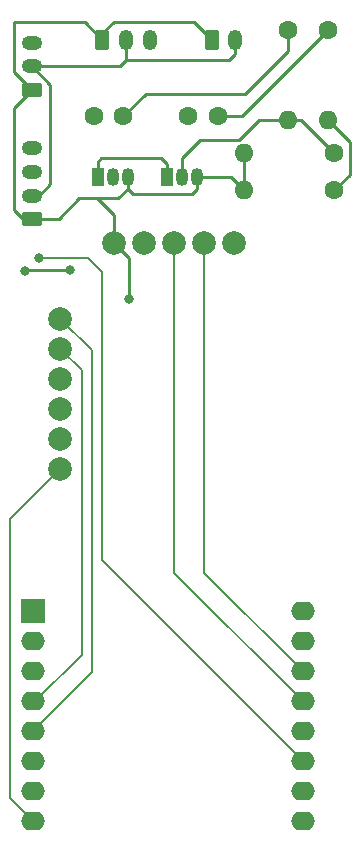
<source format=gbr>
G04 #@! TF.GenerationSoftware,KiCad,Pcbnew,7.0.5-0*
G04 #@! TF.CreationDate,2023-07-20T07:38:15-04:00*
G04 #@! TF.ProjectId,Lemmingometre_JST,4c656d6d-696e-4676-9f6d-657472655f4a,rev?*
G04 #@! TF.SameCoordinates,Original*
G04 #@! TF.FileFunction,Copper,L1,Top*
G04 #@! TF.FilePolarity,Positive*
%FSLAX46Y46*%
G04 Gerber Fmt 4.6, Leading zero omitted, Abs format (unit mm)*
G04 Created by KiCad (PCBNEW 7.0.5-0) date 2023-07-20 07:38:15*
%MOMM*%
%LPD*%
G01*
G04 APERTURE LIST*
G04 Aperture macros list*
%AMRoundRect*
0 Rectangle with rounded corners*
0 $1 Rounding radius*
0 $2 $3 $4 $5 $6 $7 $8 $9 X,Y pos of 4 corners*
0 Add a 4 corners polygon primitive as box body*
4,1,4,$2,$3,$4,$5,$6,$7,$8,$9,$2,$3,0*
0 Add four circle primitives for the rounded corners*
1,1,$1+$1,$2,$3*
1,1,$1+$1,$4,$5*
1,1,$1+$1,$6,$7*
1,1,$1+$1,$8,$9*
0 Add four rect primitives between the rounded corners*
20,1,$1+$1,$2,$3,$4,$5,0*
20,1,$1+$1,$4,$5,$6,$7,0*
20,1,$1+$1,$6,$7,$8,$9,0*
20,1,$1+$1,$8,$9,$2,$3,0*%
G04 Aperture macros list end*
G04 #@! TA.AperFunction,ComponentPad*
%ADD10C,1.600000*%
G04 #@! TD*
G04 #@! TA.AperFunction,ComponentPad*
%ADD11O,1.600000X1.600000*%
G04 #@! TD*
G04 #@! TA.AperFunction,ComponentPad*
%ADD12R,2.000000X2.000000*%
G04 #@! TD*
G04 #@! TA.AperFunction,ComponentPad*
%ADD13O,2.000000X1.600000*%
G04 #@! TD*
G04 #@! TA.AperFunction,ComponentPad*
%ADD14RoundRect,0.250000X0.625000X-0.350000X0.625000X0.350000X-0.625000X0.350000X-0.625000X-0.350000X0*%
G04 #@! TD*
G04 #@! TA.AperFunction,ComponentPad*
%ADD15O,1.750000X1.200000*%
G04 #@! TD*
G04 #@! TA.AperFunction,ComponentPad*
%ADD16RoundRect,0.250000X-0.350000X-0.625000X0.350000X-0.625000X0.350000X0.625000X-0.350000X0.625000X0*%
G04 #@! TD*
G04 #@! TA.AperFunction,ComponentPad*
%ADD17O,1.200000X1.750000*%
G04 #@! TD*
G04 #@! TA.AperFunction,ComponentPad*
%ADD18R,1.050000X1.500000*%
G04 #@! TD*
G04 #@! TA.AperFunction,ComponentPad*
%ADD19O,1.050000X1.500000*%
G04 #@! TD*
G04 #@! TA.AperFunction,ComponentPad*
%ADD20C,2.000000*%
G04 #@! TD*
G04 #@! TA.AperFunction,ViaPad*
%ADD21C,0.800000*%
G04 #@! TD*
G04 #@! TA.AperFunction,Conductor*
%ADD22C,0.250000*%
G04 #@! TD*
G04 #@! TA.AperFunction,Conductor*
%ADD23C,0.200000*%
G04 #@! TD*
G04 APERTURE END LIST*
D10*
G04 #@! TO.P,R2,1*
G04 #@! TO.N,Net-(C2-Pad2)*
X172075000Y-44955000D03*
D11*
G04 #@! TO.P,R2,2*
G04 #@! TO.N,Net-(NPN1-B)*
X172075000Y-52575000D03*
G04 #@! TD*
D12*
G04 #@! TO.P,MCU1,1,~{RST}*
G04 #@! TO.N,Net-(MCU1-~{RST})*
X147090000Y-94150000D03*
D13*
G04 #@! TO.P,MCU1,2,A0*
G04 #@! TO.N,unconnected-(MCU1-A0-Pad2)*
X147090000Y-96690000D03*
G04 #@! TO.P,MCU1,3,D0*
G04 #@! TO.N,Net-(H4-Pin_4)*
X147090000Y-99230000D03*
G04 #@! TO.P,MCU1,4,SCK/D5*
G04 #@! TO.N,Net-(MCU1-SCK{slash}D5)*
X147090000Y-101770000D03*
G04 #@! TO.P,MCU1,5,MISO/D6*
G04 #@! TO.N,Net-(MCU1-MISO{slash}D6)*
X147090000Y-104310000D03*
G04 #@! TO.P,MCU1,6,MOSI/D7*
G04 #@! TO.N,Net-(MCU1-MOSI{slash}D7)*
X147090000Y-106850000D03*
G04 #@! TO.P,MCU1,7,CS/D8*
G04 #@! TO.N,Net-(MCU1-CS{slash}D8)*
X147090000Y-109390000D03*
G04 #@! TO.P,MCU1,8,3V3*
G04 #@! TO.N,Net-(H1-Pin_2)*
X147090000Y-111930000D03*
G04 #@! TO.P,MCU1,9,5V*
G04 #@! TO.N,unconnected-(MCU1-5V-Pad9)*
X169950000Y-111930000D03*
G04 #@! TO.P,MCU1,10,GND*
G04 #@! TO.N,Net-(H1-Pin_1)*
X169950000Y-109390000D03*
G04 #@! TO.P,MCU1,11,D4*
G04 #@! TO.N,Net-(H4-Pin_3)*
X169950000Y-106850000D03*
G04 #@! TO.P,MCU1,12,D3*
G04 #@! TO.N,unconnected-(MCU1-D3-Pad12)*
X169950000Y-104310000D03*
G04 #@! TO.P,MCU1,13,SDA/D2*
G04 #@! TO.N,Net-(MCU1-SDA{slash}D2)*
X169950000Y-101770000D03*
G04 #@! TO.P,MCU1,14,SCL/D1*
G04 #@! TO.N,Net-(MCU1-SCL{slash}D1)*
X169950000Y-99230000D03*
G04 #@! TO.P,MCU1,15,RX*
G04 #@! TO.N,unconnected-(MCU1-RX-Pad15)*
X169950000Y-96690000D03*
G04 #@! TO.P,MCU1,16,TX*
G04 #@! TO.N,unconnected-(MCU1-TX-Pad16)*
X169950000Y-94150000D03*
G04 #@! TD*
D14*
G04 #@! TO.P,H4,1,Pin_1*
G04 #@! TO.N,Net-(H1-Pin_1)*
X147000000Y-60950000D03*
D15*
G04 #@! TO.P,H4,2,Pin_2*
G04 #@! TO.N,Net-(H1-Pin_2)*
X147000000Y-58950000D03*
G04 #@! TO.P,H4,3,Pin_3*
G04 #@! TO.N,Net-(H4-Pin_3)*
X147000000Y-56950000D03*
G04 #@! TO.P,H4,4,Pin_4*
G04 #@! TO.N,Net-(H4-Pin_4)*
X147000000Y-54950000D03*
G04 #@! TD*
D16*
G04 #@! TO.P,H3,1,Pin_1*
G04 #@! TO.N,Net-(H1-Pin_1)*
X153000000Y-45750000D03*
D17*
G04 #@! TO.P,H3,2,Pin_2*
G04 #@! TO.N,Net-(H1-Pin_2)*
X155000000Y-45750000D03*
G04 #@! TO.P,H3,3,Pin_3*
G04 #@! TO.N,Net-(H3-Pin_3)*
X157000000Y-45750000D03*
G04 #@! TD*
D16*
G04 #@! TO.P,H1,1,Pin_1*
G04 #@! TO.N,Net-(H1-Pin_1)*
X162250000Y-45750000D03*
D17*
G04 #@! TO.P,H1,2,Pin_2*
G04 #@! TO.N,Net-(H1-Pin_2)*
X164250000Y-45750000D03*
G04 #@! TD*
D10*
G04 #@! TO.P,R4,1*
G04 #@! TO.N,Net-(NPN1-B)*
X172620000Y-58500000D03*
D11*
G04 #@! TO.P,R4,2*
G04 #@! TO.N,Net-(H1-Pin_1)*
X165000000Y-58500000D03*
G04 #@! TD*
D10*
G04 #@! TO.P,R1,1*
G04 #@! TO.N,Net-(C1-Pad2)*
X168725000Y-44905000D03*
D11*
G04 #@! TO.P,R1,2*
G04 #@! TO.N,Net-(NPN2-B)*
X168725000Y-52525000D03*
G04 #@! TD*
D18*
G04 #@! TO.P,NPN2,1,C*
G04 #@! TO.N,Net-(MCU1-~{RST})*
X158480000Y-57360000D03*
D19*
G04 #@! TO.P,NPN2,2,B*
G04 #@! TO.N,Net-(NPN2-B)*
X159750000Y-57360000D03*
G04 #@! TO.P,NPN2,3,E*
G04 #@! TO.N,Net-(H1-Pin_1)*
X161020000Y-57360000D03*
G04 #@! TD*
D10*
G04 #@! TO.P,C1,1*
G04 #@! TO.N,Net-(H3-Pin_3)*
X152250000Y-52250000D03*
G04 #@! TO.P,C1,2*
G04 #@! TO.N,Net-(C1-Pad2)*
X154750000Y-52250000D03*
G04 #@! TD*
G04 #@! TO.P,R3,1*
G04 #@! TO.N,Net-(NPN2-B)*
X172620000Y-55375000D03*
D11*
G04 #@! TO.P,R3,2*
G04 #@! TO.N,Net-(H1-Pin_1)*
X165000000Y-55375000D03*
G04 #@! TD*
D20*
G04 #@! TO.P,SD1,1,MISO*
G04 #@! TO.N,Net-(MCU1-MISO{slash}D6)*
X149440000Y-69370000D03*
G04 #@! TO.P,SD1,2,SCK*
G04 #@! TO.N,Net-(MCU1-SCK{slash}D5)*
X149440000Y-71910000D03*
G04 #@! TO.P,SD1,3,SS*
G04 #@! TO.N,Net-(MCU1-CS{slash}D8)*
X149440000Y-74450000D03*
G04 #@! TO.P,SD1,4,MOSI*
G04 #@! TO.N,Net-(MCU1-MOSI{slash}D7)*
X149440000Y-76990000D03*
G04 #@! TO.P,SD1,5,GND*
G04 #@! TO.N,Net-(H1-Pin_1)*
X149440000Y-79530000D03*
G04 #@! TO.P,SD1,6,+5V*
G04 #@! TO.N,Net-(H1-Pin_2)*
X149440000Y-82070000D03*
G04 #@! TD*
D10*
G04 #@! TO.P,C2,1*
G04 #@! TO.N,Net-(H2-Pin_3)*
X160250000Y-52250000D03*
G04 #@! TO.P,C2,2*
G04 #@! TO.N,Net-(C2-Pad2)*
X162750000Y-52250000D03*
G04 #@! TD*
D18*
G04 #@! TO.P,NPN1,1,C*
G04 #@! TO.N,Net-(MCU1-~{RST})*
X152580000Y-57350000D03*
D19*
G04 #@! TO.P,NPN1,2,B*
G04 #@! TO.N,Net-(NPN1-B)*
X153850000Y-57350000D03*
G04 #@! TO.P,NPN1,3,E*
G04 #@! TO.N,Net-(H1-Pin_1)*
X155120000Y-57350000D03*
G04 #@! TD*
D14*
G04 #@! TO.P,H2,1,Pin_1*
G04 #@! TO.N,Net-(H1-Pin_1)*
X147000000Y-50000000D03*
D15*
G04 #@! TO.P,H2,2,Pin_2*
G04 #@! TO.N,Net-(H1-Pin_2)*
X147000000Y-48000000D03*
G04 #@! TO.P,H2,3,Pin_3*
G04 #@! TO.N,Net-(H2-Pin_3)*
X147000000Y-46000000D03*
G04 #@! TD*
D20*
G04 #@! TO.P,RTC1,1,GND*
G04 #@! TO.N,Net-(H1-Pin_1)*
X153980000Y-62940000D03*
G04 #@! TO.P,RTC1,2,VCC*
G04 #@! TO.N,Net-(H1-Pin_2)*
X156520000Y-62940000D03*
G04 #@! TO.P,RTC1,3,SDA*
G04 #@! TO.N,Net-(MCU1-SDA{slash}D2)*
X159060000Y-62940000D03*
G04 #@! TO.P,RTC1,4,SCL*
G04 #@! TO.N,Net-(MCU1-SCL{slash}D1)*
X161600000Y-62940000D03*
G04 #@! TO.P,RTC1,5,SQW*
G04 #@! TO.N,unconnected-(RTC1-SQW-Pad5)*
X164140000Y-62940000D03*
G04 #@! TD*
D21*
G04 #@! TO.N,Net-(H4-Pin_3)*
X147650000Y-64250000D03*
G04 #@! TO.N,Net-(H1-Pin_2)*
X150250000Y-65250000D03*
X146400000Y-65350000D03*
G04 #@! TO.N,Net-(H1-Pin_1)*
X155250000Y-67750000D03*
G04 #@! TD*
D22*
G04 #@! TO.N,Net-(MCU1-~{RST})*
X158480000Y-57360000D02*
X158480000Y-56280000D01*
X158480000Y-56280000D02*
X157950000Y-55750000D01*
X157950000Y-55750000D02*
X152900000Y-55750000D01*
X152900000Y-55750000D02*
X152580000Y-56070000D01*
X152580000Y-56070000D02*
X152580000Y-57350000D01*
G04 #@! TO.N,Net-(H1-Pin_2)*
X155000000Y-47450000D02*
X154450000Y-48000000D01*
X154450000Y-48000000D02*
X147000000Y-48000000D01*
X164250000Y-45750000D02*
X164250000Y-46950000D01*
X164250000Y-46950000D02*
X163750000Y-47450000D01*
X163750000Y-47450000D02*
X155000000Y-47450000D01*
X155000000Y-47450000D02*
X155000000Y-45750000D01*
G04 #@! TO.N,Net-(H1-Pin_1)*
X162250000Y-45750000D02*
X160750000Y-44250000D01*
X160750000Y-44250000D02*
X153950000Y-44250000D01*
X153950000Y-44250000D02*
X153000000Y-45200000D01*
X153000000Y-45200000D02*
X153000000Y-45750000D01*
G04 #@! TO.N,Net-(NPN1-B)*
X172075000Y-52575000D02*
X173950000Y-54450000D01*
X173950000Y-57170000D02*
X172620000Y-58500000D01*
X173950000Y-54450000D02*
X173950000Y-57170000D01*
G04 #@! TO.N,Net-(C1-Pad2)*
X156650000Y-50350000D02*
X154750000Y-52250000D01*
X168725000Y-46725000D02*
X165100000Y-50350000D01*
X165100000Y-50350000D02*
X156650000Y-50350000D01*
X168725000Y-44905000D02*
X168725000Y-46725000D01*
G04 #@! TO.N,Net-(C2-Pad2)*
X162750000Y-52250000D02*
X164780000Y-52250000D01*
X164780000Y-52250000D02*
X172075000Y-44955000D01*
G04 #@! TO.N,Net-(NPN2-B)*
X168725000Y-52525000D02*
X166255000Y-52525000D01*
X164530000Y-54250000D02*
X161250000Y-54250000D01*
X169770000Y-52525000D02*
X168725000Y-52525000D01*
X166255000Y-52525000D02*
X164530000Y-54250000D01*
X159750000Y-55750000D02*
X159750000Y-57360000D01*
X172620000Y-55375000D02*
X169770000Y-52525000D01*
X161250000Y-54250000D02*
X159750000Y-55750000D01*
D23*
G04 #@! TO.N,Net-(H4-Pin_3)*
X147650000Y-64250000D02*
X151750000Y-64250000D01*
X151750000Y-64250000D02*
X152950000Y-65450000D01*
X152950000Y-89850000D02*
X169950000Y-106850000D01*
X152950000Y-65450000D02*
X152950000Y-89850000D01*
D22*
G04 #@! TO.N,Net-(H1-Pin_2)*
X148550000Y-58000000D02*
X147600000Y-58950000D01*
X147600000Y-58950000D02*
X147000000Y-58950000D01*
X146400000Y-65350000D02*
X146500000Y-65250000D01*
D23*
X147090000Y-111930000D02*
X145150000Y-109990000D01*
D22*
X146500000Y-65250000D02*
X150250000Y-65250000D01*
D23*
X145150000Y-86360000D02*
X149440000Y-82070000D01*
X145150000Y-109990000D02*
X145150000Y-86360000D01*
D22*
X148550000Y-49550000D02*
X148550000Y-58000000D01*
X147000000Y-48000000D02*
X148550000Y-49550000D01*
G04 #@! TO.N,Net-(H1-Pin_1)*
X155250000Y-64210000D02*
X155250000Y-67750000D01*
X147000000Y-50000000D02*
X145500000Y-51500000D01*
X165000000Y-58500000D02*
X165000000Y-55375000D01*
X155120000Y-58430000D02*
X154350000Y-59200000D01*
X146300000Y-60950000D02*
X147000000Y-60950000D01*
X161020000Y-58380000D02*
X160550000Y-58850000D01*
X155550000Y-58850000D02*
X155120000Y-58420000D01*
X161020000Y-57360000D02*
X161020000Y-58380000D01*
X145500000Y-51500000D02*
X145500000Y-60150000D01*
X152550000Y-59200000D02*
X151050000Y-59200000D01*
X151050000Y-59200000D02*
X149300000Y-60950000D01*
X155120000Y-57350000D02*
X155120000Y-58430000D01*
X152550000Y-59200000D02*
X153980000Y-60630000D01*
X160550000Y-58850000D02*
X155550000Y-58850000D01*
X149300000Y-60950000D02*
X147000000Y-60950000D01*
X163860000Y-57360000D02*
X165000000Y-58500000D01*
X154350000Y-59200000D02*
X152550000Y-59200000D01*
X153980000Y-62940000D02*
X155250000Y-64210000D01*
X145500000Y-60150000D02*
X146300000Y-60950000D01*
X151500000Y-44250000D02*
X145500000Y-44250000D01*
X145500000Y-44250000D02*
X145500000Y-48500000D01*
X155120000Y-58420000D02*
X155120000Y-57350000D01*
X161020000Y-57360000D02*
X163860000Y-57360000D01*
X145500000Y-48500000D02*
X147000000Y-50000000D01*
X153980000Y-60630000D02*
X153980000Y-62940000D01*
X153000000Y-45750000D02*
X151500000Y-44250000D01*
D23*
G04 #@! TO.N,Net-(MCU1-SCK{slash}D5)*
X151230000Y-73700000D02*
X149440000Y-71910000D01*
X151230000Y-97830000D02*
X151230000Y-73700000D01*
X147090000Y-101770000D02*
X147290000Y-101770000D01*
X147290000Y-101770000D02*
X151230000Y-97830000D01*
G04 #@! TO.N,Net-(MCU1-MISO{slash}D6)*
X147090000Y-104310000D02*
X152090000Y-99310000D01*
X152090000Y-99310000D02*
X152090000Y-72020000D01*
X152090000Y-72020000D02*
X149440000Y-69370000D01*
G04 #@! TO.N,Net-(MCU1-SDA{slash}D2)*
X159060000Y-62940000D02*
X159060000Y-90880000D01*
X159060000Y-90880000D02*
X169950000Y-101770000D01*
G04 #@! TO.N,Net-(MCU1-SCL{slash}D1)*
X161600000Y-62940000D02*
X161600000Y-90880000D01*
X161600000Y-90880000D02*
X169950000Y-99230000D01*
G04 #@! TD*
M02*

</source>
